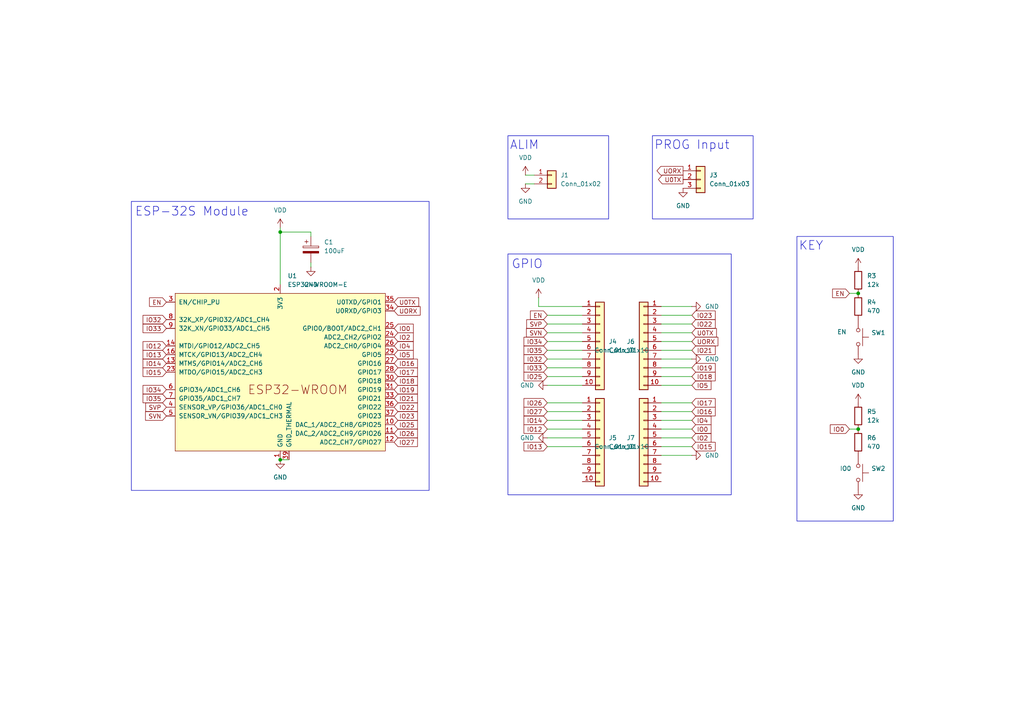
<source format=kicad_sch>
(kicad_sch (version 20250114) (generator "eeschema") (generator_version "9.0")
  (paper "A4")
  (lib_symbols
    (symbol "Connector_Generic:Conn_01x02" (pin_names (offset 1.016) (hide yes))
      (property "Reference" "J" (at 0 2.54 0))
      (property "Value" "Conn_01x02" (at 0 -5.08 0))
      (symbol "Conn_01x02_1_1"
        (rectangle (start -1.27 1.27) (end 1.27 -3.81) (stroke (width 0.254)) (fill (type background)))
        (rectangle (start -1.27 0.127) (end 0 -0.127) (stroke (width 0.1524)))
        (rectangle (start -1.27 -2.413) (end 0 -2.667) (stroke (width 0.1524)))
        (pin passive line (at -5.08 0 0) (length 3.81) (name "Pin_1") (number "1"))
        (pin passive line (at -5.08 -2.54 0) (length 3.81) (name "Pin_2") (number "2"))
      )
    )
    (symbol "Connector_Generic:Conn_01x03" (pin_names (offset 1.016) (hide yes))
      (property "Reference" "J" (at 0 5.08 0))
      (property "Value" "Conn_01x03" (at 0 -5.08 0))
      (symbol "Conn_01x03_1_1"
        (rectangle (start -1.27 3.81) (end 1.27 -3.81) (stroke (width 0.254)) (fill (type background)))
        (rectangle (start -1.27 2.667) (end 0 2.413) (stroke (width 0.1524)))
        (rectangle (start -1.27 0.127) (end 0 -0.127) (stroke (width 0.1524)))
        (rectangle (start -1.27 -2.413) (end 0 -2.667) (stroke (width 0.1524)))
        (pin passive line (at -5.08 2.54 0) (length 3.81) (name "Pin_1") (number "1"))
        (pin passive line (at -5.08 0 0) (length 3.81) (name "Pin_2") (number "2"))
        (pin passive line (at -5.08 -2.54 0) (length 3.81) (name "Pin_3") (number "3"))
      )
    )
    (symbol "Connector_Generic:Conn_01x10" (pin_names (offset 1.016) (hide yes))
      (property "Reference" "J" (at 0 12.7 0))
      (property "Value" "Conn_01x10" (at 0 -15.24 0))
      (symbol "Conn_01x10_1_1"
        (rectangle (start -1.27 11.43) (end 1.27 -13.97) (stroke (width 0.254)) (fill (type background)))
        (rectangle (start -1.27 10.287) (end 0 10.033) (stroke (width 0.1524)))
        (rectangle (start -1.27 7.747) (end 0 7.493) (stroke (width 0.1524)))
        (rectangle (start -1.27 5.207) (end 0 4.953) (stroke (width 0.1524)))
        (rectangle (start -1.27 2.667) (end 0 2.413) (stroke (width 0.1524)))
        (rectangle (start -1.27 0.127) (end 0 -0.127) (stroke (width 0.1524)))
        (rectangle (start -1.27 -2.413) (end 0 -2.667) (stroke (width 0.1524)))
        (rectangle (start -1.27 -4.953) (end 0 -5.207) (stroke (width 0.1524)))
        (rectangle (start -1.27 -7.493) (end 0 -7.747) (stroke (width 0.1524)))
        (rectangle (start -1.27 -10.033) (end 0 -10.287) (stroke (width 0.1524)))
        (rectangle (start -1.27 -12.573) (end 0 -12.827) (stroke (width 0.1524)))
        (pin passive line (at -5.08 10.16 0) (length 3.81) (name "Pin_1") (number "1"))
        (pin passive line (at -5.08 7.62 0) (length 3.81) (name "Pin_2") (number "2"))
        (pin passive line (at -5.08 5.08 0) (length 3.81) (name "Pin_3") (number "3"))
        (pin passive line (at -5.08 2.54 0) (length 3.81) (name "Pin_4") (number "4"))
        (pin passive line (at -5.08 0 0) (length 3.81) (name "Pin_5") (number "5"))
        (pin passive line (at -5.08 -2.54 0) (length 3.81) (name "Pin_6") (number "6"))
        (pin passive line (at -5.08 -5.08 0) (length 3.81) (name "Pin_7") (number "7"))
        (pin passive line (at -5.08 -7.62 0) (length 3.81) (name "Pin_8") (number "8"))
        (pin passive line (at -5.08 -10.16 0) (length 3.81) (name "Pin_9") (number "9"))
        (pin passive line (at -5.08 -12.7 0) (length 3.81) (name "Pin_10") (number "10"))
      )
    )
    (symbol "Device:C_Polarized" (pin_numbers (hide yes)) (pin_names (offset 0.254))
      (property "Reference" "C" (at 0.635 2.54 0))
      (property "Value" "C_Polarized" (at 0.635 -2.54 0))
      (symbol "C_Polarized_0_1"
        (rectangle (start -2.286 0.508) (end 2.286 1.016))
        (polyline (pts (xy -1.778 2.286) (xy -0.762 2.286)))
        (polyline (pts (xy -1.27 2.794) (xy -1.27 1.778)))
        (rectangle (start 2.286 -0.508) (end -2.286 -1.016) (fill (type outline)))
      )
      (symbol "C_Polarized_1_1"
        (pin passive line (at 0 3.81 270) (length 2.794) (name "~") (number "1"))
        (pin passive line (at 0 -3.81 90) (length 2.794) (name "~") (number "2"))
      )
    )
    (symbol "Device:R" (pin_numbers (hide yes)) (pin_names (offset 0))
      (property "Reference" "R" (at 2.032 0 90))
      (property "Value" "R" (at 0 0 90))
      (symbol "R_0_1"
        (rectangle (start -1.016 -2.54) (end 1.016 2.54) (stroke (width 0.254)))
      )
      (symbol "R_1_1"
        (pin passive line (at 0 3.81 270) (length 1.27) (name "~") (number "1"))
        (pin passive line (at 0 -3.81 90) (length 1.27) (name "~") (number "2"))
      )
    )
    (symbol "PCM_Espressif:ESP32-WROOM-E" (pin_names (offset 1.016))
      (property "Reference" "U" (at -30.48 27.94 0))
      (property "Value" "ESP32-WROOM-E" (at -30.48 25.4 0))
      (symbol "ESP32-WROOM-E_0_1"
        (rectangle (start -30.48 22.86) (end 30.48 -22.86) (fill (type background)))
      )
      (symbol "ESP32-WROOM-E_1_1"
        (text "ESP32-­WROOM­" (at 5.08 -5.08 0) (effects (font (size 2.54 2.54))))
        (pin input line (at -33.02 20.32 0) (length 2.54) (name "EN/CHIP_PU") (number "3"))
        (pin bidirectional line (at -33.02 15.24 0) (length 2.54) (name "32K_XP/GPIO32/ADC1_CH4") (number "8"))
        (pin bidirectional line (at -33.02 12.7 0) (length 2.54) (name "32K_XN/GPIO33/ADC1_CH5") (number "9"))
        (pin bidirectional line (at -33.02 7.62 0) (length 2.54) (name "MTDI/GPIO12/ADC2_CH5") (number "14"))
        (pin bidirectional line (at -33.02 5.08 0) (length 2.54) (name "MTCK/GPIO13/ADC2_CH4") (number "16"))
        (pin bidirectional line (at -33.02 2.54 0) (length 2.54) (name "MTMS/GPIO14/ADC2_CH6") (number "13"))
        (pin bidirectional line (at -33.02 0 0) (length 2.54) (name "MTDO/GPIO15/ADC2_CH3") (number "23"))
        (pin input line (at -33.02 -5.08 0) (length 2.54) (name "GPIO34/ADC1_CH6") (number "6"))
        (pin input line (at -33.02 -7.62 0) (length 2.54) (name "GPIO35/ADC1_CH7") (number "7"))
        (pin input line (at -33.02 -10.16 0) (length 2.54) (name "SENSOR_VP/GPIO36/ADC1_CH0") (number "4"))
        (pin input line (at -33.02 -12.7 0) (length 2.54) (name "SENSOR_VN/GPIO39/ADC1_CH3") (number "5"))
        (pin power_in line (at 0 25.4 270) (length 2.54) (name "3V3") (number "2"))
        (pin power_in line (at 0 -25.4 90) (length 2.54) (name "GND") (number "1"))
        (pin passive line (at 0 -25.4 90) (length 2.54) (hide yes) (name "GND") (number "15"))
        (pin passive line (at 0 -25.4 90) (length 2.54) (hide yes) (name "GND") (number "38"))
        (pin power_in line (at 2.54 -25.4 90) (length 2.54) (name "GND_THERMAL") (number "39"))
        (pin bidirectional line (at 33.02 20.32 180) (length 2.54) (name "U0TXD/GPIO1") (number "35"))
        (pin bidirectional line (at 33.02 17.78 180) (length 2.54) (name "U0RXD/GPIO3") (number "34"))
        (pin bidirectional line (at 33.02 12.7 180) (length 2.54) (name "GPIO0/BOOT/ADC2_CH1") (number "25"))
        (pin bidirectional line (at 33.02 10.16 180) (length 2.54) (name "ADC2_CH2/GPIO2") (number "24"))
        (pin bidirectional line (at 33.02 7.62 180) (length 2.54) (name "ADC2_CH0/GPIO4") (number "26"))
        (pin bidirectional line (at 33.02 5.08 180) (length 2.54) (name "GPIO5") (number "29"))
        (pin bidirectional line (at 33.02 2.54 180) (length 2.54) (name "GPIO16") (number "27"))
        (pin bidirectional line (at 33.02 0 180) (length 2.54) (name "GPIO17") (number "28"))
        (pin bidirectional line (at 33.02 -2.54 180) (length 2.54) (name "GPIO18") (number "30"))
        (pin bidirectional line (at 33.02 -5.08 180) (length 2.54) (name "GPIO19") (number "31"))
        (pin bidirectional line (at 33.02 -7.62 180) (length 2.54) (name "GPIO21") (number "33"))
        (pin bidirectional line (at 33.02 -10.16 180) (length 2.54) (name "GPIO22") (number "36"))
        (pin bidirectional line (at 33.02 -12.7 180) (length 2.54) (name "GPIO23") (number "37"))
        (pin bidirectional line (at 33.02 -15.24 180) (length 2.54) (name "DAC_1/ADC2_CH8/GPIO25") (number "10"))
        (pin bidirectional line (at 33.02 -17.78 180) (length 2.54) (name "DAC_2/ADC2_CH9/GPIO26") (number "11"))
        (pin bidirectional line (at 33.02 -20.32 180) (length 2.54) (name "ADC2_CH7/GPIO27") (number "12"))
      )
    )
    (symbol "Switch:SW_Push" (pin_numbers (hide yes)) (pin_names (offset 1.016) (hide yes))
      (property "Reference" "SW" (at 1.27 2.54 0))
      (property "Value" "SW_Push" (at 0 -1.524 0))
      (symbol "SW_Push_0_1"
        (circle (center -2.032 0) (radius 0.508))
        (polyline (pts (xy 0 1.27) (xy 0 3.048)))
        (circle (center 2.032 0) (radius 0.508))
        (polyline (pts (xy 2.54 1.27) (xy -2.54 1.27)))
        (pin passive line (at -5.08 0 0) (length 2.54) (name "1") (number "1"))
        (pin passive line (at 5.08 0 180) (length 2.54) (name "2") (number "2"))
      )
    )
    (symbol "power:GND" (power) (pin_numbers (hide yes)) (pin_names (offset 0) (hide yes))
      (property "Value" "GND" (at 0 -3.81 0))
      (symbol "GND_0_1"
        (polyline (pts (xy 0 0) (xy 0 -1.27) (xy 1.27 -1.27) (xy 0 -2.54) (xy -1.27 -1.27) (xy 0 -1.27)))
      )
      (symbol "GND_1_1"
        (pin power_in line (at 0 0 270) (length 0) (name "~") (number "1"))
      )
    )
    (symbol "power:VDD" (power) (pin_numbers (hide yes)) (pin_names (offset 0) (hide yes))
      (property "Value" "VDD" (at 0 3.556 0))
      (symbol "VDD_0_1"
        (polyline (pts (xy -0.762 1.27) (xy 0 2.54)))
        (polyline (pts (xy 0 2.54) (xy 0.762 1.27)))
        (polyline (pts (xy 0 0) (xy 0 2.54)))
      )
      (symbol "VDD_1_1"
        (pin power_in line (at 0 0 90) (length 0) (name "~") (number "1"))
      )
    )
  )
  (rectangle (start 189.23 39.37) (end 218.44 63.5))
  (rectangle (start 38.1 58.42) (end 124.46 142.24))
  (rectangle (start 231.14 68.58) (end 259.08 151.13))
  (rectangle (start 147.32 39.37) (end 176.53 63.5))
  (rectangle (start 147.32 73.66) (end 212.09 143.51))
  (text "KEY" (at 231.648 71.374 0) (effects (font (size 2.54 2.54)) (justify left)))
  (text "ALIM" (at 147.828 42.164 0) (effects (font (size 2.54 2.54)) (justify left)))
  (text "GPIO" (at 148.336 76.708 0) (effects (font (size 2.54 2.54)) (justify left)))
  (text "ESP-32S Module" (at 39.116 61.468 0) (effects (font (size 2.54 2.54)) (justify left)))
  (text "PROG Input" (at 189.738 42.164 0) (effects (font (size 2.54 2.54)) (justify left)))
  (junction (at 248.92 85.09))
  (junction (at 248.92 124.46))
  (junction (at 81.28 133.35))
  (junction (at 81.28 67.31))
  (wire (pts (xy 191.77 111.76) (xy 200.66 111.76)))
  (wire (pts (xy 191.77 121.92) (xy 200.66 121.92)))
  (wire (pts (xy 246.38 85.09) (xy 248.92 85.09)))
  (wire (pts (xy 191.77 106.68) (xy 200.66 106.68)))
  (wire (pts (xy 191.77 132.08) (xy 200.66 132.08)))
  (wire (pts (xy 191.77 99.06) (xy 200.66 99.06)))
  (wire (pts (xy 158.75 116.84) (xy 168.91 116.84)))
  (wire (pts (xy 158.75 99.06) (xy 168.91 99.06)))
  (wire (pts (xy 191.77 116.84) (xy 200.66 116.84)))
  (wire (pts (xy 158.75 109.22) (xy 168.91 109.22)))
  (wire (pts (xy 158.75 119.38) (xy 168.91 119.38)))
  (wire (pts (xy 81.28 133.35) (xy 83.82 133.35)))
  (wire (pts (xy 191.77 101.6) (xy 200.66 101.6)))
  (wire (pts (xy 156.21 88.9) (xy 168.91 88.9)))
  (wire (pts (xy 158.75 101.6) (xy 168.91 101.6)))
  (wire (pts (xy 246.38 124.46) (xy 248.92 124.46)))
  (wire (pts (xy 158.75 121.92) (xy 168.91 121.92)))
  (wire (pts (xy 158.75 124.46) (xy 168.91 124.46)))
  (wire (pts (xy 81.28 66.04) (xy 81.28 67.31)))
  (wire (pts (xy 158.75 91.44) (xy 168.91 91.44)))
  (wire (pts (xy 191.77 96.52) (xy 200.66 96.52)))
  (wire (pts (xy 152.4 53.34) (xy 154.94 53.34)))
  (wire (pts (xy 191.77 119.38) (xy 200.66 119.38)))
  (wire (pts (xy 90.17 68.58) (xy 90.17 67.31)))
  (wire (pts (xy 90.17 77.47) (xy 90.17 76.2)))
  (wire (pts (xy 156.21 86.36) (xy 156.21 88.9)))
  (wire (pts (xy 191.77 124.46) (xy 200.66 124.46)))
  (wire (pts (xy 81.28 67.31) (xy 81.28 82.55)))
  (wire (pts (xy 158.75 129.54) (xy 168.91 129.54)))
  (wire (pts (xy 191.77 91.44) (xy 200.66 91.44)))
  (wire (pts (xy 158.75 111.76) (xy 168.91 111.76)))
  (wire (pts (xy 191.77 109.22) (xy 200.66 109.22)))
  (wire (pts (xy 191.77 88.9) (xy 200.66 88.9)))
  (wire (pts (xy 191.77 104.14) (xy 200.66 104.14)))
  (wire (pts (xy 152.4 50.8) (xy 154.94 50.8)))
  (wire (pts (xy 90.17 67.31) (xy 81.28 67.31)))
  (wire (pts (xy 158.75 104.14) (xy 168.91 104.14)))
  (wire (pts (xy 191.77 129.54) (xy 200.66 129.54)))
  (wire (pts (xy 191.77 93.98) (xy 200.66 93.98)))
  (wire (pts (xy 158.75 96.52) (xy 168.91 96.52)))
  (wire (pts (xy 158.75 106.68) (xy 168.91 106.68)))
  (wire (pts (xy 191.77 127) (xy 200.66 127)))
  (wire (pts (xy 158.75 93.98) (xy 168.91 93.98)))
  (wire (pts (xy 158.75 127) (xy 168.91 127)))
  (global_label "UORX" (shape output) (at 198.12 49.53 180) (property "Intersheetrefs" "${INTERSHEET_REFS}" (effects (hide yes))))
  (global_label "UORX" (shape input) (at 200.66 99.06 0) (property "Intersheetrefs" "${INTERSHEET_REFS}" (effects (hide yes))))
  (global_label "IO12" (shape input) (at 48.26 100.33 180) (property "Intersheetrefs" "${INTERSHEET_REFS}" (effects (hide yes))))
  (global_label "IO16" (shape input) (at 114.3 105.41 0) (property "Intersheetrefs" "${INTERSHEET_REFS}" (effects (hide yes))))
  (global_label "IO2" (shape input) (at 200.66 127 0) (property "Intersheetrefs" "${INTERSHEET_REFS}" (effects (hide yes))))
  (global_label "IO4" (shape input) (at 114.3 100.33 0) (property "Intersheetrefs" "${INTERSHEET_REFS}" (effects (hide yes))))
  (global_label "IO19" (shape input) (at 114.3 113.03 0) (property "Intersheetrefs" "${INTERSHEET_REFS}" (effects (hide yes))))
  (global_label "IO0" (shape input) (at 200.66 124.46 0) (property "Intersheetrefs" "${INTERSHEET_REFS}" (effects (hide yes))))
  (global_label "IO4" (shape input) (at 200.66 121.92 0) (property "Intersheetrefs" "${INTERSHEET_REFS}" (effects (hide yes))))
  (global_label "IO21" (shape input) (at 200.66 101.6 0) (property "Intersheetrefs" "${INTERSHEET_REFS}" (effects (hide yes))))
  (global_label "IO33" (shape input) (at 158.75 106.68 180) (property "Intersheetrefs" "${INTERSHEET_REFS}" (effects (hide yes))))
  (global_label "SVN" (shape input) (at 48.26 120.65 180) (property "Intersheetrefs" "${INTERSHEET_REFS}" (effects (hide yes))))
  (global_label "IO0" (shape input) (at 246.38 124.46 180) (property "Intersheetrefs" "${INTERSHEET_REFS}" (effects (hide yes))))
  (global_label "IO13" (shape input) (at 48.26 102.87 180) (property "Intersheetrefs" "${INTERSHEET_REFS}" (effects (hide yes))))
  (global_label "IO32" (shape input) (at 158.75 104.14 180) (property "Intersheetrefs" "${INTERSHEET_REFS}" (effects (hide yes))))
  (global_label "IO26" (shape input) (at 158.75 116.84 180) (property "Intersheetrefs" "${INTERSHEET_REFS}" (effects (hide yes))))
  (global_label "IO16" (shape input) (at 200.66 119.38 0) (property "Intersheetrefs" "${INTERSHEET_REFS}" (effects (hide yes))))
  (global_label "IO22" (shape input) (at 114.3 118.11 0) (property "Intersheetrefs" "${INTERSHEET_REFS}" (effects (hide yes))))
  (global_label "IO15" (shape input) (at 200.66 129.54 0) (property "Intersheetrefs" "${INTERSHEET_REFS}" (effects (hide yes))))
  (global_label "IO33" (shape input) (at 48.26 95.25 180) (property "Intersheetrefs" "${INTERSHEET_REFS}" (effects (hide yes))))
  (global_label "IO0" (shape input) (at 114.3 95.25 0) (property "Intersheetrefs" "${INTERSHEET_REFS}" (effects (hide yes))))
  (global_label "SVP" (shape input) (at 48.26 118.11 180) (property "Intersheetrefs" "${INTERSHEET_REFS}" (effects (hide yes))))
  (global_label "SVN" (shape input) (at 158.75 96.52 180) (property "Intersheetrefs" "${INTERSHEET_REFS}" (effects (hide yes))))
  (global_label "EN" (shape input) (at 48.26 87.63 180) (property "Intersheetrefs" "${INTERSHEET_REFS}" (effects (hide yes))))
  (global_label "IO25" (shape input) (at 114.3 123.19 0) (property "Intersheetrefs" "${INTERSHEET_REFS}" (effects (hide yes))))
  (global_label "IO17" (shape input) (at 114.3 107.95 0) (property "Intersheetrefs" "${INTERSHEET_REFS}" (effects (hide yes))))
  (global_label "IO5" (shape input) (at 200.66 111.76 0) (property "Intersheetrefs" "${INTERSHEET_REFS}" (effects (hide yes))))
  (global_label "IO23" (shape input) (at 200.66 91.44 0) (property "Intersheetrefs" "${INTERSHEET_REFS}" (effects (hide yes))))
  (global_label "IO27" (shape input) (at 158.75 119.38 180) (property "Intersheetrefs" "${INTERSHEET_REFS}" (effects (hide yes))))
  (global_label "IO18" (shape input) (at 200.66 109.22 0) (property "Intersheetrefs" "${INTERSHEET_REFS}" (effects (hide yes))))
  (global_label "IO22" (shape input) (at 200.66 93.98 0) (property "Intersheetrefs" "${INTERSHEET_REFS}" (effects (hide yes))))
  (global_label "IO2" (shape input) (at 114.3 97.79 0) (property "Intersheetrefs" "${INTERSHEET_REFS}" (effects (hide yes))))
  (global_label "U0TX" (shape input) (at 200.66 96.52 0) (property "Intersheetrefs" "${INTERSHEET_REFS}" (effects (hide yes))))
  (global_label "UORX" (shape input) (at 114.3 90.17 0) (property "Intersheetrefs" "${INTERSHEET_REFS}" (effects (hide yes))))
  (global_label "IO32" (shape input) (at 48.26 92.71 180) (property "Intersheetrefs" "${INTERSHEET_REFS}" (effects (hide yes))))
  (global_label "IO17" (shape input) (at 200.66 116.84 0) (property "Intersheetrefs" "${INTERSHEET_REFS}" (effects (hide yes))))
  (global_label "IO5" (shape input) (at 114.3 102.87 0) (property "Intersheetrefs" "${INTERSHEET_REFS}" (effects (hide yes))))
  (global_label "EN" (shape input) (at 158.75 91.44 180) (property "Intersheetrefs" "${INTERSHEET_REFS}" (effects (hide yes))))
  (global_label "IO13" (shape input) (at 158.75 129.54 180) (property "Intersheetrefs" "${INTERSHEET_REFS}" (effects (hide yes))))
  (global_label "IO18" (shape input) (at 114.3 110.49 0) (property "Intersheetrefs" "${INTERSHEET_REFS}" (effects (hide yes))))
  (global_label "IO12" (shape input) (at 158.75 124.46 180) (property "Intersheetrefs" "${INTERSHEET_REFS}" (effects (hide yes))))
  (global_label "IO35" (shape input) (at 158.75 101.6 180) (property "Intersheetrefs" "${INTERSHEET_REFS}" (effects (hide yes))))
  (global_label "IO21" (shape input) (at 114.3 115.57 0) (property "Intersheetrefs" "${INTERSHEET_REFS}" (effects (hide yes))))
  (global_label "IO23" (shape input) (at 114.3 120.65 0) (property "Intersheetrefs" "${INTERSHEET_REFS}" (effects (hide yes))))
  (global_label "IO14" (shape input) (at 48.26 105.41 180) (property "Intersheetrefs" "${INTERSHEET_REFS}" (effects (hide yes))))
  (global_label "IO27" (shape input) (at 114.3 128.27 0) (property "Intersheetrefs" "${INTERSHEET_REFS}" (effects (hide yes))))
  (global_label "IO25" (shape input) (at 158.75 109.22 180) (property "Intersheetrefs" "${INTERSHEET_REFS}" (effects (hide yes))))
  (global_label "U0TX" (shape output) (at 198.12 52.07 180) (property "Intersheetrefs" "${INTERSHEET_REFS}" (effects (hide yes))))
  (global_label "IO34" (shape input) (at 48.26 113.03 180) (property "Intersheetrefs" "${INTERSHEET_REFS}" (effects (hide yes))))
  (global_label "IO14" (shape input) (at 158.75 121.92 180) (property "Intersheetrefs" "${INTERSHEET_REFS}" (effects (hide yes))))
  (global_label "IO34" (shape input) (at 158.75 99.06 180) (property "Intersheetrefs" "${INTERSHEET_REFS}" (effects (hide yes))))
  (global_label "IO19" (shape input) (at 200.66 106.68 0) (property "Intersheetrefs" "${INTERSHEET_REFS}" (effects (hide yes))))
  (global_label "U0TX" (shape input) (at 114.3 87.63 0) (property "Intersheetrefs" "${INTERSHEET_REFS}" (effects (hide yes))))
  (global_label "IO35" (shape input) (at 48.26 115.57 180) (property "Intersheetrefs" "${INTERSHEET_REFS}" (effects (hide yes))))
  (global_label "IO15" (shape input) (at 48.26 107.95 180) (property "Intersheetrefs" "${INTERSHEET_REFS}" (effects (hide yes))))
  (global_label "EN" (shape input) (at 246.38 85.09 180) (property "Intersheetrefs" "${INTERSHEET_REFS}" (effects (hide yes))))
  (global_label "IO26" (shape input) (at 114.3 125.73 0) (property "Intersheetrefs" "${INTERSHEET_REFS}" (effects (hide yes))))
  (global_label "SVP" (shape input) (at 158.75 93.98 180) (property "Intersheetrefs" "${INTERSHEET_REFS}" (effects (hide yes))))
  (symbol (lib_id "Connector_Generic:Conn_01x03") (at 203.2 52.07 0) (unit 1)
    (property "Reference" "J3" (at 205.74 50.7999 0) (effects (justify left)))
    (property "Value" "Conn_01x03" (at 205.74 53.3399 0) (effects (justify left)))
    (property "Footprint" "Connector_JST:JST_SH_BM03B-SRSS-TB_1x03-1MP_P1.00mm_Vertical" (effects (hide yes)))
    (property "Description" "Generic connector, single row, 01x03, script generated (kicad-library-utils/schlib/autogen/connector/)" (effects (hide yes)))
  )
  (symbol (lib_id "power:VDD") (at 248.92 77.47 0) (unit 1)
    (property "Reference" "#PWR09" (effects (hide yes)))
    (property "Value" "VDD" (at 248.92 72.39 0))
    (property "Description" "Power symbol creates a global label with name \"VDD\"" (effects (hide yes)))
  )
  (symbol (lib_id "Connector_Generic:Conn_01x10") (at 186.69 127 0) (mirror y) (unit 1)
    (property "Reference" "J7" (at 184.15 126.9999 0) (effects (justify left)))
    (property "Value" "Conn_01x10" (at 184.15 129.5399 0) (effects (justify left)))
    (property "Footprint" "Connector_JST:JST_SH_BM10B-SRSS-TB_1x10-1MP_P1.00mm_Vertical" (effects (hide yes)))
    (property "Description" "Generic connector, single row, 01x10, script generated (kicad-library-utils/schlib/autogen/connector/)" (effects (hide yes)))
  )
  (symbol (lib_id "power:GND") (at 198.12 54.61 0) (unit 1)
    (property "Reference" "#PWR013" (effects (hide yes)))
    (property "Value" "GND" (at 198.12 59.69 0))
    (property "Description" "Power symbol creates a global label with name \"GND\" , ground" (effects (hide yes)))
  )
  (symbol (lib_id "Switch:SW_Push") (at 248.92 137.16 270) (unit 1)
    (property "Reference" "SW2" (at 252.73 135.8899 90) (effects (justify left)))
    (property "Value" "IO0" (at 243.586 135.89 90) (effects (justify left)))
    (property "Footprint" "Button_Switch_SMD:SW_Push_1P1T_XKB_TS-1187A" (effects (hide yes)))
    (property "Description" "Push button switch, generic, two pins" (effects (hide yes)))
  )
  (symbol (lib_id "power:GND") (at 200.66 104.14 90) (unit 1)
    (property "Reference" "#PWR06" (effects (hide yes)))
    (property "Value" "GND" (at 204.47 104.1399 90) (effects (justify right)))
    (property "Description" "Power symbol creates a global label with name \"GND\" , ground" (effects (hide yes)))
  )
  (symbol (lib_id "power:GND") (at 158.75 111.76 270) (unit 1)
    (property "Reference" "#PWR08" (effects (hide yes)))
    (property "Value" "GND" (at 154.94 111.7599 90) (effects (justify right)))
    (property "Description" "Power symbol creates a global label with name \"GND\" , ground" (effects (hide yes)))
  )
  (symbol (lib_id "power:GND") (at 248.92 102.87 0) (unit 1)
    (property "Reference" "#PWR010" (effects (hide yes)))
    (property "Value" "GND" (at 248.92 107.95 0))
    (property "Description" "Power symbol creates a global label with name \"GND\" , ground" (effects (hide yes)))
  )
  (symbol (lib_id "power:VDD") (at 156.21 86.36 0) (unit 1)
    (property "Reference" "#PWR03" (effects (hide yes)))
    (property "Value" "VDD" (at 156.21 81.28 0))
    (property "Description" "Power symbol creates a global label with name \"VDD\"" (effects (hide yes)))
  )
  (symbol (lib_id "Connector_Generic:Conn_01x10") (at 173.99 99.06 0) (unit 1)
    (property "Reference" "J4" (at 176.53 99.0599 0) (effects (justify left)))
    (property "Value" "Conn_01x10" (at 176.53 101.5999 0) (effects (justify left)))
    (property "Footprint" "Connector_JST:JST_SH_BM10B-SRSS-TB_1x10-1MP_P1.00mm_Vertical" (effects (hide yes)))
    (property "Description" "Generic connector, single row, 01x10, script generated (kicad-library-utils/schlib/autogen/connector/)" (effects (hide yes)))
  )
  (symbol (lib_id "Connector_Generic:Conn_01x10") (at 173.99 127 0) (unit 1)
    (property "Reference" "J5" (at 176.53 126.9999 0) (effects (justify left)))
    (property "Value" "Conn_01x10" (at 176.53 129.5399 0) (effects (justify left)))
    (property "Footprint" "Connector_JST:JST_SH_BM10B-SRSS-TB_1x10-1MP_P1.00mm_Vertical" (effects (hide yes)))
    (property "Description" "Generic connector, single row, 01x10, script generated (kicad-library-utils/schlib/autogen/connector/)" (effects (hide yes)))
  )
  (symbol (lib_id "power:GND") (at 90.17 77.47 0) (unit 1)
    (property "Reference" "#PWR07" (effects (hide yes)))
    (property "Value" "GND" (at 90.17 82.55 0))
    (property "Description" "Power symbol creates a global label with name \"GND\" , ground" (effects (hide yes)))
  )
  (symbol (lib_id "Connector_Generic:Conn_01x02") (at 160.02 50.8 0) (unit 1)
    (property "Reference" "J1" (at 162.56 50.7999 0) (effects (justify left)))
    (property "Value" "Conn_01x02" (at 162.56 53.3399 0) (effects (justify left)))
    (property "Footprint" "Connector_JST:JST_PH_B2B-PH-SM4-TB_1x02-1MP_P2.00mm_Vertical" (effects (hide yes)))
    (property "Description" "Generic connector, single row, 01x02, script generated (kicad-library-utils/schlib/autogen/connector/)" (effects (hide yes)))
  )
  (symbol (lib_id "Switch:SW_Push") (at 248.92 97.79 270) (unit 1)
    (property "Reference" "SW1" (at 252.73 96.5199 90) (effects (justify left)))
    (property "Value" "EN" (at 242.824 96.266 90) (effects (justify left)))
    (property "Footprint" "Button_Switch_SMD:SW_Push_1P1T_XKB_TS-1187A" (effects (hide yes)))
    (property "Description" "Push button switch, generic, two pins" (effects (hide yes)))
  )
  (symbol (lib_id "Connector_Generic:Conn_01x10") (at 186.69 99.06 0) (mirror y) (unit 1)
    (property "Reference" "J6" (at 184.15 99.0599 0) (effects (justify left)))
    (property "Value" "Conn_01x10" (at 184.15 101.5999 0) (effects (justify left)))
    (property "Footprint" "Connector_JST:JST_SH_BM10B-SRSS-TB_1x10-1MP_P1.00mm_Vertical" (effects (hide yes)))
    (property "Description" "Generic connector, single row, 01x10, script generated (kicad-library-utils/schlib/autogen/connector/)" (effects (hide yes)))
  )
  (symbol (lib_id "Device:C_Polarized") (at 90.17 72.39 0) (unit 1)
    (property "Reference" "C1" (at 93.98 70.2309 0) (effects (justify left)))
    (property "Value" "100uF" (at 93.98 72.7709 0) (effects (justify left)))
    (property "Footprint" "Capacitor_SMD:C_0805_2012Metric" (effects (hide yes)))
    (property "Description" "Polarized capacitor" (effects (hide yes)))
  )
  (symbol (lib_id "power:GND") (at 152.4 53.34 0) (unit 1)
    (property "Reference" "#PWR016" (effects (hide yes)))
    (property "Value" "GND" (at 152.4 58.42 0))
    (property "Description" "Power symbol creates a global label with name \"GND\" , ground" (effects (hide yes)))
  )
  (symbol (lib_id "power:GND") (at 81.28 133.35 0) (unit 1)
    (property "Reference" "#PWR01" (effects (hide yes)))
    (property "Value" "GND" (at 81.28 138.43 0))
    (property "Description" "Power symbol creates a global label with name \"GND\" , ground" (effects (hide yes)))
  )
  (symbol (lib_id "power:GND") (at 200.66 132.08 90) (unit 1)
    (property "Reference" "#PWR014" (effects (hide yes)))
    (property "Value" "GND" (at 204.47 132.0799 90) (effects (justify right)))
    (property "Description" "Power symbol creates a global label with name \"GND\" , ground" (effects (hide yes)))
  )
  (symbol (lib_id "power:VDD") (at 152.4 50.8 0) (unit 1)
    (property "Reference" "#PWR015" (effects (hide yes)))
    (property "Value" "VDD" (at 152.4 45.72 0))
    (property "Description" "Power symbol creates a global label with name \"VDD\"" (effects (hide yes)))
  )
  (symbol (lib_id "Device:R") (at 248.92 128.27 180) (unit 1)
    (property "Reference" "R6" (at 251.46 126.9999 0) (effects (justify right)))
    (property "Value" "470" (at 251.46 129.5399 0) (effects (justify right)))
    (property "Footprint" "Resistor_SMD:R_0805_2012Metric" (effects (hide yes)))
    (property "Description" "Resistor" (effects (hide yes)))
  )
  (symbol (lib_id "Device:R") (at 248.92 120.65 180) (unit 1)
    (property "Reference" "R5" (at 251.46 119.3799 0) (effects (justify right)))
    (property "Value" "12k" (at 251.46 121.9199 0) (effects (justify right)))
    (property "Footprint" "Resistor_SMD:R_0805_2012Metric" (effects (hide yes)))
    (property "Description" "Resistor" (effects (hide yes)))
  )
  (symbol (lib_id "power:VDD") (at 248.92 116.84 0) (unit 1)
    (property "Reference" "#PWR011" (effects (hide yes)))
    (property "Value" "VDD" (at 248.92 111.76 0))
    (property "Description" "Power symbol creates a global label with name \"VDD\"" (effects (hide yes)))
  )
  (symbol (lib_id "power:GND") (at 158.75 127 270) (unit 1)
    (property "Reference" "#PWR04" (effects (hide yes)))
    (property "Value" "GND" (at 154.94 126.9999 90) (effects (justify right)))
    (property "Description" "Power symbol creates a global label with name \"GND\" , ground" (effects (hide yes)))
  )
  (symbol (lib_id "power:GND") (at 248.92 142.24 0) (unit 1)
    (property "Reference" "#PWR012" (effects (hide yes)))
    (property "Value" "GND" (at 248.92 147.32 0))
    (property "Description" "Power symbol creates a global label with name \"GND\" , ground" (effects (hide yes)))
  )
  (symbol (lib_id "power:GND") (at 200.66 88.9 90) (unit 1)
    (property "Reference" "#PWR05" (effects (hide yes)))
    (property "Value" "GND" (at 204.47 88.8999 90) (effects (justify right)))
    (property "Description" "Power symbol creates a global label with name \"GND\" , ground" (effects (hide yes)))
  )
  (symbol (lib_id "Device:R") (at 248.92 88.9 180) (unit 1)
    (property "Reference" "R4" (at 251.46 87.6299 0) (effects (justify right)))
    (property "Value" "470" (at 251.46 90.1699 0) (effects (justify right)))
    (property "Footprint" "Resistor_SMD:R_0805_2012Metric" (effects (hide yes)))
    (property "Description" "Resistor" (effects (hide yes)))
  )
  (symbol (lib_id "power:VDD") (at 81.28 66.04 0) (unit 1)
    (property "Reference" "#PWR02" (effects (hide yes)))
    (property "Value" "VDD" (at 81.28 60.96 0))
    (property "Description" "Power symbol creates a global label with name \"VDD\"" (effects (hide yes)))
  )
  (symbol (lib_id "Device:R") (at 248.92 81.28 180) (unit 1)
    (property "Reference" "R3" (at 251.46 80.0099 0) (effects (justify right)))
    (property "Value" "12k" (at 251.46 82.5499 0) (effects (justify right)))
    (property "Footprint" "Resistor_SMD:R_0805_2012Metric" (effects (hide yes)))
    (property "Description" "Resistor" (effects (hide yes)))
  )
  (symbol (lib_id "PCM_Espressif:ESP32-WROOM-E") (at 81.28 107.95 0) (unit 1)
    (property "Reference" "U1" (at 83.4233 80.01 0) (effects (justify left)))
    (property "Value" "ESP32-WROOM-E" (at 83.4233 82.55 0) (effects (justify left)))
    (property "Footprint" "PCM_Espressif:ESP32-WROOM-32E" (effects (hide yes)))
    (property "Datasheet" "https://www.espressif.com/sites/default/files/documentation/esp32-wroom-32e_esp32-wroom-32ue_datasheet_en.pdf" (effects (hide yes)))
    (property "Description" "ESP32-WROOM-32E integrates ESP32-D0WD-V3, with higher stability and safety performance." (effects (hide yes)))
  )
)
</source>
